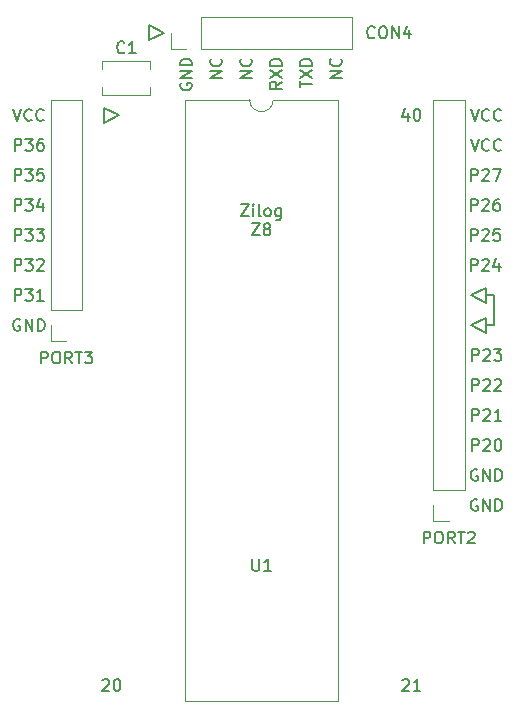
<source format=gto>
G04 #@! TF.GenerationSoftware,KiCad,Pcbnew,(6.0.8-1)-1*
G04 #@! TF.CreationDate,2022-10-28T20:48:16+09:00*
G04 #@! TF.ProjectId,MEZZ8,4d455a5a-382e-46b6-9963-61645f706362,A*
G04 #@! TF.SameCoordinates,PX5f5e100PY8f0d180*
G04 #@! TF.FileFunction,Legend,Top*
G04 #@! TF.FilePolarity,Positive*
%FSLAX46Y46*%
G04 Gerber Fmt 4.6, Leading zero omitted, Abs format (unit mm)*
G04 Created by KiCad (PCBNEW (6.0.8-1)-1) date 2022-10-28 20:48:16*
%MOMM*%
%LPD*%
G01*
G04 APERTURE LIST*
%ADD10C,0.150000*%
%ADD11C,0.120000*%
G04 APERTURE END LIST*
D10*
X19851904Y43897620D02*
X20518571Y43897620D01*
X19851904Y42897620D01*
X20518571Y42897620D01*
X20899523Y42897620D02*
X20899523Y43564286D01*
X20899523Y43897620D02*
X20851904Y43850000D01*
X20899523Y43802381D01*
X20947142Y43850000D01*
X20899523Y43897620D01*
X20899523Y43802381D01*
X21518571Y42897620D02*
X21423333Y42945239D01*
X21375714Y43040477D01*
X21375714Y43897620D01*
X22042380Y42897620D02*
X21947142Y42945239D01*
X21899523Y42992858D01*
X21851904Y43088096D01*
X21851904Y43373810D01*
X21899523Y43469048D01*
X21947142Y43516667D01*
X22042380Y43564286D01*
X22185238Y43564286D01*
X22280476Y43516667D01*
X22328095Y43469048D01*
X22375714Y43373810D01*
X22375714Y43088096D01*
X22328095Y42992858D01*
X22280476Y42945239D01*
X22185238Y42897620D01*
X22042380Y42897620D01*
X23232857Y43564286D02*
X23232857Y42754762D01*
X23185238Y42659524D01*
X23137619Y42611905D01*
X23042380Y42564286D01*
X22899523Y42564286D01*
X22804285Y42611905D01*
X23232857Y42945239D02*
X23137619Y42897620D01*
X22947142Y42897620D01*
X22851904Y42945239D01*
X22804285Y42992858D01*
X22756666Y43088096D01*
X22756666Y43373810D01*
X22804285Y43469048D01*
X22851904Y43516667D01*
X22947142Y43564286D01*
X23137619Y43564286D01*
X23232857Y43516667D01*
X20780476Y42287620D02*
X21447142Y42287620D01*
X20780476Y41287620D01*
X21447142Y41287620D01*
X21970952Y41859048D02*
X21875714Y41906667D01*
X21828095Y41954286D01*
X21780476Y42049524D01*
X21780476Y42097143D01*
X21828095Y42192381D01*
X21875714Y42240000D01*
X21970952Y42287620D01*
X22161428Y42287620D01*
X22256666Y42240000D01*
X22304285Y42192381D01*
X22351904Y42097143D01*
X22351904Y42049524D01*
X22304285Y41954286D01*
X22256666Y41906667D01*
X22161428Y41859048D01*
X21970952Y41859048D01*
X21875714Y41811429D01*
X21828095Y41763810D01*
X21780476Y41668572D01*
X21780476Y41478096D01*
X21828095Y41382858D01*
X21875714Y41335239D01*
X21970952Y41287620D01*
X22161428Y41287620D01*
X22256666Y41335239D01*
X22304285Y41382858D01*
X22351904Y41478096D01*
X22351904Y41668572D01*
X22304285Y41763810D01*
X22256666Y41811429D01*
X22161428Y41859048D01*
X39375000Y36195000D02*
X40645000Y36830000D01*
X40645000Y36830000D02*
X40645000Y35560000D01*
X40645000Y35560000D02*
X39375000Y36195000D01*
X12065000Y57790000D02*
X13335000Y58425000D01*
X40645000Y36195000D02*
X41280000Y36195000D01*
X41280000Y36195000D02*
X41280000Y33655000D01*
X8260000Y50805000D02*
X9530000Y51440000D01*
X12065000Y59060000D02*
X12065000Y57790000D01*
X8260000Y52075000D02*
X8260000Y50805000D01*
X40645000Y33020000D02*
X39375000Y33655000D01*
X40645000Y34290000D02*
X40645000Y33020000D01*
X13335000Y58425000D02*
X12065000Y59060000D01*
X39375000Y33655000D02*
X40645000Y34290000D01*
X9530000Y51440000D02*
X8260000Y52075000D01*
X41280000Y33655000D02*
X40645000Y33655000D01*
X39330714Y38282620D02*
X39330714Y39282620D01*
X39711666Y39282620D01*
X39806904Y39235000D01*
X39854523Y39187381D01*
X39902142Y39092143D01*
X39902142Y38949286D01*
X39854523Y38854048D01*
X39806904Y38806429D01*
X39711666Y38758810D01*
X39330714Y38758810D01*
X40283095Y39187381D02*
X40330714Y39235000D01*
X40425952Y39282620D01*
X40664047Y39282620D01*
X40759285Y39235000D01*
X40806904Y39187381D01*
X40854523Y39092143D01*
X40854523Y38996905D01*
X40806904Y38854048D01*
X40235476Y38282620D01*
X40854523Y38282620D01*
X41711666Y38949286D02*
X41711666Y38282620D01*
X41473571Y39330239D02*
X41235476Y38615953D01*
X41854523Y38615953D01*
X18237380Y54612977D02*
X17237380Y54612977D01*
X18237380Y55184405D01*
X17237380Y55184405D01*
X18142142Y56232024D02*
X18189761Y56184405D01*
X18237380Y56041548D01*
X18237380Y55946310D01*
X18189761Y55803453D01*
X18094523Y55708215D01*
X17999285Y55660596D01*
X17808809Y55612977D01*
X17665952Y55612977D01*
X17475476Y55660596D01*
X17380238Y55708215D01*
X17285000Y55803453D01*
X17237380Y55946310D01*
X17237380Y56041548D01*
X17285000Y56184405D01*
X17332619Y56232024D01*
X33528095Y3627381D02*
X33575714Y3675000D01*
X33670952Y3722620D01*
X33909047Y3722620D01*
X34004285Y3675000D01*
X34051904Y3627381D01*
X34099523Y3532143D01*
X34099523Y3436905D01*
X34051904Y3294048D01*
X33480476Y2722620D01*
X34099523Y2722620D01*
X35051904Y2722620D02*
X34480476Y2722620D01*
X34766190Y2722620D02*
X34766190Y3722620D01*
X34670952Y3579762D01*
X34575714Y3484524D01*
X34480476Y3436905D01*
X39311666Y49442620D02*
X39645000Y48442620D01*
X39978333Y49442620D01*
X40883095Y48537858D02*
X40835476Y48490239D01*
X40692619Y48442620D01*
X40597380Y48442620D01*
X40454523Y48490239D01*
X40359285Y48585477D01*
X40311666Y48680715D01*
X40264047Y48871191D01*
X40264047Y49014048D01*
X40311666Y49204524D01*
X40359285Y49299762D01*
X40454523Y49395000D01*
X40597380Y49442620D01*
X40692619Y49442620D01*
X40835476Y49395000D01*
X40883095Y49347381D01*
X41883095Y48537858D02*
X41835476Y48490239D01*
X41692619Y48442620D01*
X41597380Y48442620D01*
X41454523Y48490239D01*
X41359285Y48585477D01*
X41311666Y48680715D01*
X41264047Y48871191D01*
X41264047Y49014048D01*
X41311666Y49204524D01*
X41359285Y49299762D01*
X41454523Y49395000D01*
X41597380Y49442620D01*
X41692619Y49442620D01*
X41835476Y49395000D01*
X41883095Y49347381D01*
X39330714Y45902620D02*
X39330714Y46902620D01*
X39711666Y46902620D01*
X39806904Y46855000D01*
X39854523Y46807381D01*
X39902142Y46712143D01*
X39902142Y46569286D01*
X39854523Y46474048D01*
X39806904Y46426429D01*
X39711666Y46378810D01*
X39330714Y46378810D01*
X40283095Y46807381D02*
X40330714Y46855000D01*
X40425952Y46902620D01*
X40664047Y46902620D01*
X40759285Y46855000D01*
X40806904Y46807381D01*
X40854523Y46712143D01*
X40854523Y46616905D01*
X40806904Y46474048D01*
X40235476Y45902620D01*
X40854523Y45902620D01*
X41187857Y46902620D02*
X41854523Y46902620D01*
X41425952Y45902620D01*
X39883095Y18915000D02*
X39787857Y18962620D01*
X39645000Y18962620D01*
X39502142Y18915000D01*
X39406904Y18819762D01*
X39359285Y18724524D01*
X39311666Y18534048D01*
X39311666Y18391191D01*
X39359285Y18200715D01*
X39406904Y18105477D01*
X39502142Y18010239D01*
X39645000Y17962620D01*
X39740238Y17962620D01*
X39883095Y18010239D01*
X39930714Y18057858D01*
X39930714Y18391191D01*
X39740238Y18391191D01*
X40359285Y17962620D02*
X40359285Y18962620D01*
X40930714Y17962620D01*
X40930714Y18962620D01*
X41406904Y17962620D02*
X41406904Y18962620D01*
X41645000Y18962620D01*
X41787857Y18915000D01*
X41883095Y18819762D01*
X41930714Y18724524D01*
X41978333Y18534048D01*
X41978333Y18391191D01*
X41930714Y18200715D01*
X41883095Y18105477D01*
X41787857Y18010239D01*
X41645000Y17962620D01*
X41406904Y17962620D01*
X24852380Y53803453D02*
X24852380Y54374881D01*
X25852380Y54089167D02*
X24852380Y54089167D01*
X24852380Y54612977D02*
X25852380Y55279643D01*
X24852380Y55279643D02*
X25852380Y54612977D01*
X25852380Y55660596D02*
X24852380Y55660596D01*
X24852380Y55898691D01*
X24900000Y56041548D01*
X24995238Y56136786D01*
X25090476Y56184405D01*
X25280952Y56232024D01*
X25423809Y56232024D01*
X25614285Y56184405D01*
X25709523Y56136786D01*
X25804761Y56041548D01*
X25852380Y55898691D01*
X25852380Y55660596D01*
X20777380Y54612977D02*
X19777380Y54612977D01*
X20777380Y55184405D01*
X19777380Y55184405D01*
X20682142Y56232024D02*
X20729761Y56184405D01*
X20777380Y56041548D01*
X20777380Y55946310D01*
X20729761Y55803453D01*
X20634523Y55708215D01*
X20539285Y55660596D01*
X20348809Y55612977D01*
X20205952Y55612977D01*
X20015476Y55660596D01*
X19920238Y55708215D01*
X19825000Y55803453D01*
X19777380Y55946310D01*
X19777380Y56041548D01*
X19825000Y56184405D01*
X19872619Y56232024D01*
X8128095Y3627381D02*
X8175714Y3675000D01*
X8270952Y3722620D01*
X8509047Y3722620D01*
X8604285Y3675000D01*
X8651904Y3627381D01*
X8699523Y3532143D01*
X8699523Y3436905D01*
X8651904Y3294048D01*
X8080476Y2722620D01*
X8699523Y2722620D01*
X9318571Y3722620D02*
X9413809Y3722620D01*
X9509047Y3675000D01*
X9556666Y3627381D01*
X9604285Y3532143D01*
X9651904Y3341667D01*
X9651904Y3103572D01*
X9604285Y2913096D01*
X9556666Y2817858D01*
X9509047Y2770239D01*
X9413809Y2722620D01*
X9318571Y2722620D01*
X9223333Y2770239D01*
X9175714Y2817858D01*
X9128095Y2913096D01*
X9080476Y3103572D01*
X9080476Y3341667D01*
X9128095Y3532143D01*
X9175714Y3627381D01*
X9223333Y3675000D01*
X9318571Y3722620D01*
X14745000Y54146786D02*
X14697380Y54051548D01*
X14697380Y53908691D01*
X14745000Y53765834D01*
X14840238Y53670596D01*
X14935476Y53622977D01*
X15125952Y53575358D01*
X15268809Y53575358D01*
X15459285Y53622977D01*
X15554523Y53670596D01*
X15649761Y53765834D01*
X15697380Y53908691D01*
X15697380Y54003929D01*
X15649761Y54146786D01*
X15602142Y54194405D01*
X15268809Y54194405D01*
X15268809Y54003929D01*
X15697380Y54622977D02*
X14697380Y54622977D01*
X15697380Y55194405D01*
X14697380Y55194405D01*
X15697380Y55670596D02*
X14697380Y55670596D01*
X14697380Y55908691D01*
X14745000Y56051548D01*
X14840238Y56146786D01*
X14935476Y56194405D01*
X15125952Y56242024D01*
X15268809Y56242024D01*
X15459285Y56194405D01*
X15554523Y56146786D01*
X15649761Y56051548D01*
X15697380Y55908691D01*
X15697380Y55670596D01*
X28392380Y54607977D02*
X27392380Y54607977D01*
X28392380Y55179405D01*
X27392380Y55179405D01*
X28297142Y56227024D02*
X28344761Y56179405D01*
X28392380Y56036548D01*
X28392380Y55941310D01*
X28344761Y55798453D01*
X28249523Y55703215D01*
X28154285Y55655596D01*
X27963809Y55607977D01*
X27820952Y55607977D01*
X27630476Y55655596D01*
X27535238Y55703215D01*
X27440000Y55798453D01*
X27392380Y55941310D01*
X27392380Y56036548D01*
X27440000Y56179405D01*
X27487619Y56227024D01*
X39311666Y51982620D02*
X39645000Y50982620D01*
X39978333Y51982620D01*
X40883095Y51077858D02*
X40835476Y51030239D01*
X40692619Y50982620D01*
X40597380Y50982620D01*
X40454523Y51030239D01*
X40359285Y51125477D01*
X40311666Y51220715D01*
X40264047Y51411191D01*
X40264047Y51554048D01*
X40311666Y51744524D01*
X40359285Y51839762D01*
X40454523Y51935000D01*
X40597380Y51982620D01*
X40692619Y51982620D01*
X40835476Y51935000D01*
X40883095Y51887381D01*
X41883095Y51077858D02*
X41835476Y51030239D01*
X41692619Y50982620D01*
X41597380Y50982620D01*
X41454523Y51030239D01*
X41359285Y51125477D01*
X41311666Y51220715D01*
X41264047Y51411191D01*
X41264047Y51554048D01*
X41311666Y51744524D01*
X41359285Y51839762D01*
X41454523Y51935000D01*
X41597380Y51982620D01*
X41692619Y51982620D01*
X41835476Y51935000D01*
X41883095Y51887381D01*
X34009285Y51654286D02*
X34009285Y50987620D01*
X33771190Y52035239D02*
X33533095Y51320953D01*
X34152142Y51320953D01*
X34723571Y51987620D02*
X34818809Y51987620D01*
X34914047Y51940000D01*
X34961666Y51892381D01*
X35009285Y51797143D01*
X35056904Y51606667D01*
X35056904Y51368572D01*
X35009285Y51178096D01*
X34961666Y51082858D01*
X34914047Y51035239D01*
X34818809Y50987620D01*
X34723571Y50987620D01*
X34628333Y51035239D01*
X34580714Y51082858D01*
X34533095Y51178096D01*
X34485476Y51368572D01*
X34485476Y51606667D01*
X34533095Y51797143D01*
X34580714Y51892381D01*
X34628333Y51940000D01*
X34723571Y51987620D01*
X39330714Y43362620D02*
X39330714Y44362620D01*
X39711666Y44362620D01*
X39806904Y44315000D01*
X39854523Y44267381D01*
X39902142Y44172143D01*
X39902142Y44029286D01*
X39854523Y43934048D01*
X39806904Y43886429D01*
X39711666Y43838810D01*
X39330714Y43838810D01*
X40283095Y44267381D02*
X40330714Y44315000D01*
X40425952Y44362620D01*
X40664047Y44362620D01*
X40759285Y44315000D01*
X40806904Y44267381D01*
X40854523Y44172143D01*
X40854523Y44076905D01*
X40806904Y43934048D01*
X40235476Y43362620D01*
X40854523Y43362620D01*
X41711666Y44362620D02*
X41521190Y44362620D01*
X41425952Y44315000D01*
X41378333Y44267381D01*
X41283095Y44124524D01*
X41235476Y43934048D01*
X41235476Y43553096D01*
X41283095Y43457858D01*
X41330714Y43410239D01*
X41425952Y43362620D01*
X41616428Y43362620D01*
X41711666Y43410239D01*
X41759285Y43457858D01*
X41806904Y43553096D01*
X41806904Y43791191D01*
X41759285Y43886429D01*
X41711666Y43934048D01*
X41616428Y43981667D01*
X41425952Y43981667D01*
X41330714Y43934048D01*
X41283095Y43886429D01*
X41235476Y43791191D01*
X695714Y35747620D02*
X695714Y36747620D01*
X1076666Y36747620D01*
X1171904Y36700000D01*
X1219523Y36652381D01*
X1267142Y36557143D01*
X1267142Y36414286D01*
X1219523Y36319048D01*
X1171904Y36271429D01*
X1076666Y36223810D01*
X695714Y36223810D01*
X1600476Y36747620D02*
X2219523Y36747620D01*
X1886190Y36366667D01*
X2029047Y36366667D01*
X2124285Y36319048D01*
X2171904Y36271429D01*
X2219523Y36176191D01*
X2219523Y35938096D01*
X2171904Y35842858D01*
X2124285Y35795239D01*
X2029047Y35747620D01*
X1743333Y35747620D01*
X1648095Y35795239D01*
X1600476Y35842858D01*
X3171904Y35747620D02*
X2600476Y35747620D01*
X2886190Y35747620D02*
X2886190Y36747620D01*
X2790952Y36604762D01*
X2695714Y36509524D01*
X2600476Y36461905D01*
X39430714Y30662620D02*
X39430714Y31662620D01*
X39811666Y31662620D01*
X39906904Y31615000D01*
X39954523Y31567381D01*
X40002142Y31472143D01*
X40002142Y31329286D01*
X39954523Y31234048D01*
X39906904Y31186429D01*
X39811666Y31138810D01*
X39430714Y31138810D01*
X40383095Y31567381D02*
X40430714Y31615000D01*
X40525952Y31662620D01*
X40764047Y31662620D01*
X40859285Y31615000D01*
X40906904Y31567381D01*
X40954523Y31472143D01*
X40954523Y31376905D01*
X40906904Y31234048D01*
X40335476Y30662620D01*
X40954523Y30662620D01*
X41287857Y31662620D02*
X41906904Y31662620D01*
X41573571Y31281667D01*
X41716428Y31281667D01*
X41811666Y31234048D01*
X41859285Y31186429D01*
X41906904Y31091191D01*
X41906904Y30853096D01*
X41859285Y30757858D01*
X41811666Y30710239D01*
X41716428Y30662620D01*
X41430714Y30662620D01*
X41335476Y30710239D01*
X41287857Y30757858D01*
X695714Y40827620D02*
X695714Y41827620D01*
X1076666Y41827620D01*
X1171904Y41780000D01*
X1219523Y41732381D01*
X1267142Y41637143D01*
X1267142Y41494286D01*
X1219523Y41399048D01*
X1171904Y41351429D01*
X1076666Y41303810D01*
X695714Y41303810D01*
X1600476Y41827620D02*
X2219523Y41827620D01*
X1886190Y41446667D01*
X2029047Y41446667D01*
X2124285Y41399048D01*
X2171904Y41351429D01*
X2219523Y41256191D01*
X2219523Y41018096D01*
X2171904Y40922858D01*
X2124285Y40875239D01*
X2029047Y40827620D01*
X1743333Y40827620D01*
X1648095Y40875239D01*
X1600476Y40922858D01*
X2552857Y41827620D02*
X3171904Y41827620D01*
X2838571Y41446667D01*
X2981428Y41446667D01*
X3076666Y41399048D01*
X3124285Y41351429D01*
X3171904Y41256191D01*
X3171904Y41018096D01*
X3124285Y40922858D01*
X3076666Y40875239D01*
X2981428Y40827620D01*
X2695714Y40827620D01*
X2600476Y40875239D01*
X2552857Y40922858D01*
X576666Y51982620D02*
X910000Y50982620D01*
X1243333Y51982620D01*
X2148095Y51077858D02*
X2100476Y51030239D01*
X1957619Y50982620D01*
X1862380Y50982620D01*
X1719523Y51030239D01*
X1624285Y51125477D01*
X1576666Y51220715D01*
X1529047Y51411191D01*
X1529047Y51554048D01*
X1576666Y51744524D01*
X1624285Y51839762D01*
X1719523Y51935000D01*
X1862380Y51982620D01*
X1957619Y51982620D01*
X2100476Y51935000D01*
X2148095Y51887381D01*
X3148095Y51077858D02*
X3100476Y51030239D01*
X2957619Y50982620D01*
X2862380Y50982620D01*
X2719523Y51030239D01*
X2624285Y51125477D01*
X2576666Y51220715D01*
X2529047Y51411191D01*
X2529047Y51554048D01*
X2576666Y51744524D01*
X2624285Y51839762D01*
X2719523Y51935000D01*
X2862380Y51982620D01*
X2957619Y51982620D01*
X3100476Y51935000D01*
X3148095Y51887381D01*
X695714Y43367620D02*
X695714Y44367620D01*
X1076666Y44367620D01*
X1171904Y44320000D01*
X1219523Y44272381D01*
X1267142Y44177143D01*
X1267142Y44034286D01*
X1219523Y43939048D01*
X1171904Y43891429D01*
X1076666Y43843810D01*
X695714Y43843810D01*
X1600476Y44367620D02*
X2219523Y44367620D01*
X1886190Y43986667D01*
X2029047Y43986667D01*
X2124285Y43939048D01*
X2171904Y43891429D01*
X2219523Y43796191D01*
X2219523Y43558096D01*
X2171904Y43462858D01*
X2124285Y43415239D01*
X2029047Y43367620D01*
X1743333Y43367620D01*
X1648095Y43415239D01*
X1600476Y43462858D01*
X3076666Y44034286D02*
X3076666Y43367620D01*
X2838571Y44415239D02*
X2600476Y43700953D01*
X3219523Y43700953D01*
X39883095Y21455000D02*
X39787857Y21502620D01*
X39645000Y21502620D01*
X39502142Y21455000D01*
X39406904Y21359762D01*
X39359285Y21264524D01*
X39311666Y21074048D01*
X39311666Y20931191D01*
X39359285Y20740715D01*
X39406904Y20645477D01*
X39502142Y20550239D01*
X39645000Y20502620D01*
X39740238Y20502620D01*
X39883095Y20550239D01*
X39930714Y20597858D01*
X39930714Y20931191D01*
X39740238Y20931191D01*
X40359285Y20502620D02*
X40359285Y21502620D01*
X40930714Y20502620D01*
X40930714Y21502620D01*
X41406904Y20502620D02*
X41406904Y21502620D01*
X41645000Y21502620D01*
X41787857Y21455000D01*
X41883095Y21359762D01*
X41930714Y21264524D01*
X41978333Y21074048D01*
X41978333Y20931191D01*
X41930714Y20740715D01*
X41883095Y20645477D01*
X41787857Y20550239D01*
X41645000Y20502620D01*
X41406904Y20502620D01*
X39430714Y28122620D02*
X39430714Y29122620D01*
X39811666Y29122620D01*
X39906904Y29075000D01*
X39954523Y29027381D01*
X40002142Y28932143D01*
X40002142Y28789286D01*
X39954523Y28694048D01*
X39906904Y28646429D01*
X39811666Y28598810D01*
X39430714Y28598810D01*
X40383095Y29027381D02*
X40430714Y29075000D01*
X40525952Y29122620D01*
X40764047Y29122620D01*
X40859285Y29075000D01*
X40906904Y29027381D01*
X40954523Y28932143D01*
X40954523Y28836905D01*
X40906904Y28694048D01*
X40335476Y28122620D01*
X40954523Y28122620D01*
X41335476Y29027381D02*
X41383095Y29075000D01*
X41478333Y29122620D01*
X41716428Y29122620D01*
X41811666Y29075000D01*
X41859285Y29027381D01*
X41906904Y28932143D01*
X41906904Y28836905D01*
X41859285Y28694048D01*
X41287857Y28122620D01*
X41906904Y28122620D01*
X695714Y48447620D02*
X695714Y49447620D01*
X1076666Y49447620D01*
X1171904Y49400000D01*
X1219523Y49352381D01*
X1267142Y49257143D01*
X1267142Y49114286D01*
X1219523Y49019048D01*
X1171904Y48971429D01*
X1076666Y48923810D01*
X695714Y48923810D01*
X1600476Y49447620D02*
X2219523Y49447620D01*
X1886190Y49066667D01*
X2029047Y49066667D01*
X2124285Y49019048D01*
X2171904Y48971429D01*
X2219523Y48876191D01*
X2219523Y48638096D01*
X2171904Y48542858D01*
X2124285Y48495239D01*
X2029047Y48447620D01*
X1743333Y48447620D01*
X1648095Y48495239D01*
X1600476Y48542858D01*
X3076666Y49447620D02*
X2886190Y49447620D01*
X2790952Y49400000D01*
X2743333Y49352381D01*
X2648095Y49209524D01*
X2600476Y49019048D01*
X2600476Y48638096D01*
X2648095Y48542858D01*
X2695714Y48495239D01*
X2790952Y48447620D01*
X2981428Y48447620D01*
X3076666Y48495239D01*
X3124285Y48542858D01*
X3171904Y48638096D01*
X3171904Y48876191D01*
X3124285Y48971429D01*
X3076666Y49019048D01*
X2981428Y49066667D01*
X2790952Y49066667D01*
X2695714Y49019048D01*
X2648095Y48971429D01*
X2600476Y48876191D01*
X695714Y45907620D02*
X695714Y46907620D01*
X1076666Y46907620D01*
X1171904Y46860000D01*
X1219523Y46812381D01*
X1267142Y46717143D01*
X1267142Y46574286D01*
X1219523Y46479048D01*
X1171904Y46431429D01*
X1076666Y46383810D01*
X695714Y46383810D01*
X1600476Y46907620D02*
X2219523Y46907620D01*
X1886190Y46526667D01*
X2029047Y46526667D01*
X2124285Y46479048D01*
X2171904Y46431429D01*
X2219523Y46336191D01*
X2219523Y46098096D01*
X2171904Y46002858D01*
X2124285Y45955239D01*
X2029047Y45907620D01*
X1743333Y45907620D01*
X1648095Y45955239D01*
X1600476Y46002858D01*
X3124285Y46907620D02*
X2648095Y46907620D01*
X2600476Y46431429D01*
X2648095Y46479048D01*
X2743333Y46526667D01*
X2981428Y46526667D01*
X3076666Y46479048D01*
X3124285Y46431429D01*
X3171904Y46336191D01*
X3171904Y46098096D01*
X3124285Y46002858D01*
X3076666Y45955239D01*
X2981428Y45907620D01*
X2743333Y45907620D01*
X2648095Y45955239D01*
X2600476Y46002858D01*
X39330714Y40822620D02*
X39330714Y41822620D01*
X39711666Y41822620D01*
X39806904Y41775000D01*
X39854523Y41727381D01*
X39902142Y41632143D01*
X39902142Y41489286D01*
X39854523Y41394048D01*
X39806904Y41346429D01*
X39711666Y41298810D01*
X39330714Y41298810D01*
X40283095Y41727381D02*
X40330714Y41775000D01*
X40425952Y41822620D01*
X40664047Y41822620D01*
X40759285Y41775000D01*
X40806904Y41727381D01*
X40854523Y41632143D01*
X40854523Y41536905D01*
X40806904Y41394048D01*
X40235476Y40822620D01*
X40854523Y40822620D01*
X41759285Y41822620D02*
X41283095Y41822620D01*
X41235476Y41346429D01*
X41283095Y41394048D01*
X41378333Y41441667D01*
X41616428Y41441667D01*
X41711666Y41394048D01*
X41759285Y41346429D01*
X41806904Y41251191D01*
X41806904Y41013096D01*
X41759285Y40917858D01*
X41711666Y40870239D01*
X41616428Y40822620D01*
X41378333Y40822620D01*
X41283095Y40870239D01*
X41235476Y40917858D01*
X1148095Y34155000D02*
X1052857Y34202620D01*
X910000Y34202620D01*
X767142Y34155000D01*
X671904Y34059762D01*
X624285Y33964524D01*
X576666Y33774048D01*
X576666Y33631191D01*
X624285Y33440715D01*
X671904Y33345477D01*
X767142Y33250239D01*
X910000Y33202620D01*
X1005238Y33202620D01*
X1148095Y33250239D01*
X1195714Y33297858D01*
X1195714Y33631191D01*
X1005238Y33631191D01*
X1624285Y33202620D02*
X1624285Y34202620D01*
X2195714Y33202620D01*
X2195714Y34202620D01*
X2671904Y33202620D02*
X2671904Y34202620D01*
X2910000Y34202620D01*
X3052857Y34155000D01*
X3148095Y34059762D01*
X3195714Y33964524D01*
X3243333Y33774048D01*
X3243333Y33631191D01*
X3195714Y33440715D01*
X3148095Y33345477D01*
X3052857Y33250239D01*
X2910000Y33202620D01*
X2671904Y33202620D01*
X695714Y38287620D02*
X695714Y39287620D01*
X1076666Y39287620D01*
X1171904Y39240000D01*
X1219523Y39192381D01*
X1267142Y39097143D01*
X1267142Y38954286D01*
X1219523Y38859048D01*
X1171904Y38811429D01*
X1076666Y38763810D01*
X695714Y38763810D01*
X1600476Y39287620D02*
X2219523Y39287620D01*
X1886190Y38906667D01*
X2029047Y38906667D01*
X2124285Y38859048D01*
X2171904Y38811429D01*
X2219523Y38716191D01*
X2219523Y38478096D01*
X2171904Y38382858D01*
X2124285Y38335239D01*
X2029047Y38287620D01*
X1743333Y38287620D01*
X1648095Y38335239D01*
X1600476Y38382858D01*
X2600476Y39192381D02*
X2648095Y39240000D01*
X2743333Y39287620D01*
X2981428Y39287620D01*
X3076666Y39240000D01*
X3124285Y39192381D01*
X3171904Y39097143D01*
X3171904Y39001905D01*
X3124285Y38859048D01*
X2552857Y38287620D01*
X3171904Y38287620D01*
X39430714Y23042620D02*
X39430714Y24042620D01*
X39811666Y24042620D01*
X39906904Y23995000D01*
X39954523Y23947381D01*
X40002142Y23852143D01*
X40002142Y23709286D01*
X39954523Y23614048D01*
X39906904Y23566429D01*
X39811666Y23518810D01*
X39430714Y23518810D01*
X40383095Y23947381D02*
X40430714Y23995000D01*
X40525952Y24042620D01*
X40764047Y24042620D01*
X40859285Y23995000D01*
X40906904Y23947381D01*
X40954523Y23852143D01*
X40954523Y23756905D01*
X40906904Y23614048D01*
X40335476Y23042620D01*
X40954523Y23042620D01*
X41573571Y24042620D02*
X41668809Y24042620D01*
X41764047Y23995000D01*
X41811666Y23947381D01*
X41859285Y23852143D01*
X41906904Y23661667D01*
X41906904Y23423572D01*
X41859285Y23233096D01*
X41811666Y23137858D01*
X41764047Y23090239D01*
X41668809Y23042620D01*
X41573571Y23042620D01*
X41478333Y23090239D01*
X41430714Y23137858D01*
X41383095Y23233096D01*
X41335476Y23423572D01*
X41335476Y23661667D01*
X41383095Y23852143D01*
X41430714Y23947381D01*
X41478333Y23995000D01*
X41573571Y24042620D01*
X39430714Y25582620D02*
X39430714Y26582620D01*
X39811666Y26582620D01*
X39906904Y26535000D01*
X39954523Y26487381D01*
X40002142Y26392143D01*
X40002142Y26249286D01*
X39954523Y26154048D01*
X39906904Y26106429D01*
X39811666Y26058810D01*
X39430714Y26058810D01*
X40383095Y26487381D02*
X40430714Y26535000D01*
X40525952Y26582620D01*
X40764047Y26582620D01*
X40859285Y26535000D01*
X40906904Y26487381D01*
X40954523Y26392143D01*
X40954523Y26296905D01*
X40906904Y26154048D01*
X40335476Y25582620D01*
X40954523Y25582620D01*
X41906904Y25582620D02*
X41335476Y25582620D01*
X41621190Y25582620D02*
X41621190Y26582620D01*
X41525952Y26439762D01*
X41430714Y26344524D01*
X41335476Y26296905D01*
X23312380Y54279643D02*
X22836190Y53946310D01*
X23312380Y53708215D02*
X22312380Y53708215D01*
X22312380Y54089167D01*
X22360000Y54184405D01*
X22407619Y54232024D01*
X22502857Y54279643D01*
X22645714Y54279643D01*
X22740952Y54232024D01*
X22788571Y54184405D01*
X22836190Y54089167D01*
X22836190Y53708215D01*
X22312380Y54612977D02*
X23312380Y55279643D01*
X22312380Y55279643D02*
X23312380Y54612977D01*
X23312380Y55660596D02*
X22312380Y55660596D01*
X22312380Y55898691D01*
X22360000Y56041548D01*
X22455238Y56136786D01*
X22550476Y56184405D01*
X22740952Y56232024D01*
X22883809Y56232024D01*
X23074285Y56184405D01*
X23169523Y56136786D01*
X23264761Y56041548D01*
X23312380Y55898691D01*
X23312380Y55660596D01*
X35327142Y15192620D02*
X35327142Y16192620D01*
X35708095Y16192620D01*
X35803333Y16145000D01*
X35850952Y16097381D01*
X35898571Y16002143D01*
X35898571Y15859286D01*
X35850952Y15764048D01*
X35803333Y15716429D01*
X35708095Y15668810D01*
X35327142Y15668810D01*
X36517619Y16192620D02*
X36708095Y16192620D01*
X36803333Y16145000D01*
X36898571Y16049762D01*
X36946190Y15859286D01*
X36946190Y15525953D01*
X36898571Y15335477D01*
X36803333Y15240239D01*
X36708095Y15192620D01*
X36517619Y15192620D01*
X36422380Y15240239D01*
X36327142Y15335477D01*
X36279523Y15525953D01*
X36279523Y15859286D01*
X36327142Y16049762D01*
X36422380Y16145000D01*
X36517619Y16192620D01*
X37946190Y15192620D02*
X37612857Y15668810D01*
X37374761Y15192620D02*
X37374761Y16192620D01*
X37755714Y16192620D01*
X37850952Y16145000D01*
X37898571Y16097381D01*
X37946190Y16002143D01*
X37946190Y15859286D01*
X37898571Y15764048D01*
X37850952Y15716429D01*
X37755714Y15668810D01*
X37374761Y15668810D01*
X38231904Y16192620D02*
X38803333Y16192620D01*
X38517619Y15192620D02*
X38517619Y16192620D01*
X39089047Y16097381D02*
X39136666Y16145000D01*
X39231904Y16192620D01*
X39470000Y16192620D01*
X39565238Y16145000D01*
X39612857Y16097381D01*
X39660476Y16002143D01*
X39660476Y15906905D01*
X39612857Y15764048D01*
X39041428Y15192620D01*
X39660476Y15192620D01*
X31170714Y58067858D02*
X31123095Y58020239D01*
X30980238Y57972620D01*
X30885000Y57972620D01*
X30742142Y58020239D01*
X30646904Y58115477D01*
X30599285Y58210715D01*
X30551666Y58401191D01*
X30551666Y58544048D01*
X30599285Y58734524D01*
X30646904Y58829762D01*
X30742142Y58925000D01*
X30885000Y58972620D01*
X30980238Y58972620D01*
X31123095Y58925000D01*
X31170714Y58877381D01*
X31789761Y58972620D02*
X31980238Y58972620D01*
X32075476Y58925000D01*
X32170714Y58829762D01*
X32218333Y58639286D01*
X32218333Y58305953D01*
X32170714Y58115477D01*
X32075476Y58020239D01*
X31980238Y57972620D01*
X31789761Y57972620D01*
X31694523Y58020239D01*
X31599285Y58115477D01*
X31551666Y58305953D01*
X31551666Y58639286D01*
X31599285Y58829762D01*
X31694523Y58925000D01*
X31789761Y58972620D01*
X32646904Y57972620D02*
X32646904Y58972620D01*
X33218333Y57972620D01*
X33218333Y58972620D01*
X34123095Y58639286D02*
X34123095Y57972620D01*
X33885000Y59020239D02*
X33646904Y58305953D01*
X34265952Y58305953D01*
X9993333Y56792858D02*
X9945714Y56745239D01*
X9802857Y56697620D01*
X9707619Y56697620D01*
X9564761Y56745239D01*
X9469523Y56840477D01*
X9421904Y56935715D01*
X9374285Y57126191D01*
X9374285Y57269048D01*
X9421904Y57459524D01*
X9469523Y57554762D01*
X9564761Y57650000D01*
X9707619Y57697620D01*
X9802857Y57697620D01*
X9945714Y57650000D01*
X9993333Y57602381D01*
X10945714Y56697620D02*
X10374285Y56697620D01*
X10660000Y56697620D02*
X10660000Y57697620D01*
X10564761Y57554762D01*
X10469523Y57459524D01*
X10374285Y57411905D01*
X20828095Y13882620D02*
X20828095Y13073096D01*
X20875714Y12977858D01*
X20923333Y12930239D01*
X21018571Y12882620D01*
X21209047Y12882620D01*
X21304285Y12930239D01*
X21351904Y12977858D01*
X21399523Y13073096D01*
X21399523Y13882620D01*
X22399523Y12882620D02*
X21828095Y12882620D01*
X22113809Y12882620D02*
X22113809Y13882620D01*
X22018571Y13739762D01*
X21923333Y13644524D01*
X21828095Y13596905D01*
X2942142Y30432620D02*
X2942142Y31432620D01*
X3323095Y31432620D01*
X3418333Y31385000D01*
X3465952Y31337381D01*
X3513571Y31242143D01*
X3513571Y31099286D01*
X3465952Y31004048D01*
X3418333Y30956429D01*
X3323095Y30908810D01*
X2942142Y30908810D01*
X4132619Y31432620D02*
X4323095Y31432620D01*
X4418333Y31385000D01*
X4513571Y31289762D01*
X4561190Y31099286D01*
X4561190Y30765953D01*
X4513571Y30575477D01*
X4418333Y30480239D01*
X4323095Y30432620D01*
X4132619Y30432620D01*
X4037380Y30480239D01*
X3942142Y30575477D01*
X3894523Y30765953D01*
X3894523Y31099286D01*
X3942142Y31289762D01*
X4037380Y31385000D01*
X4132619Y31432620D01*
X5561190Y30432620D02*
X5227857Y30908810D01*
X4989761Y30432620D02*
X4989761Y31432620D01*
X5370714Y31432620D01*
X5465952Y31385000D01*
X5513571Y31337381D01*
X5561190Y31242143D01*
X5561190Y31099286D01*
X5513571Y31004048D01*
X5465952Y30956429D01*
X5370714Y30908810D01*
X4989761Y30908810D01*
X5846904Y31432620D02*
X6418333Y31432620D01*
X6132619Y30432620D02*
X6132619Y31432620D01*
X6656428Y31432620D02*
X7275476Y31432620D01*
X6942142Y31051667D01*
X7085000Y31051667D01*
X7180238Y31004048D01*
X7227857Y30956429D01*
X7275476Y30861191D01*
X7275476Y30623096D01*
X7227857Y30527858D01*
X7180238Y30480239D01*
X7085000Y30432620D01*
X6799285Y30432620D01*
X6704047Y30480239D01*
X6656428Y30527858D01*
D11*
X36140000Y19685000D02*
X36140000Y52765000D01*
X38800000Y19685000D02*
X36140000Y19685000D01*
X38800000Y19685000D02*
X38800000Y52765000D01*
X38800000Y52765000D02*
X36140000Y52765000D01*
X37470000Y17085000D02*
X36140000Y17085000D01*
X36140000Y17085000D02*
X36140000Y18415000D01*
X29270000Y57095000D02*
X29270000Y59755000D01*
X16510000Y57095000D02*
X16510000Y59755000D01*
X13910000Y57095000D02*
X13910000Y58425000D01*
X16510000Y57095000D02*
X29270000Y57095000D01*
X16510000Y59755000D02*
X29270000Y59755000D01*
X15240000Y57095000D02*
X13910000Y57095000D01*
X12180000Y53190000D02*
X8140000Y53190000D01*
X12180000Y53190000D02*
X12180000Y53815000D01*
X12180000Y56030000D02*
X8140000Y56030000D01*
X8140000Y55405000D02*
X8140000Y56030000D01*
X8140000Y53190000D02*
X8140000Y53815000D01*
X12180000Y55405000D02*
X12180000Y56030000D01*
X28050000Y52765000D02*
X22590000Y52765000D01*
X28050000Y1845000D02*
X28050000Y52765000D01*
X20590000Y52765000D02*
X15130000Y52765000D01*
X15130000Y52765000D02*
X15130000Y1845000D01*
X15130000Y1845000D02*
X28050000Y1845000D01*
X20590000Y52765000D02*
G75*
G03*
X22590000Y52765000I1000000J0D01*
G01*
X6415000Y34925000D02*
X6415000Y52765000D01*
X6415000Y52765000D02*
X3755000Y52765000D01*
X5085000Y32325000D02*
X3755000Y32325000D01*
X3755000Y34925000D02*
X3755000Y52765000D01*
X3755000Y32325000D02*
X3755000Y33655000D01*
X6415000Y34925000D02*
X3755000Y34925000D01*
M02*

</source>
